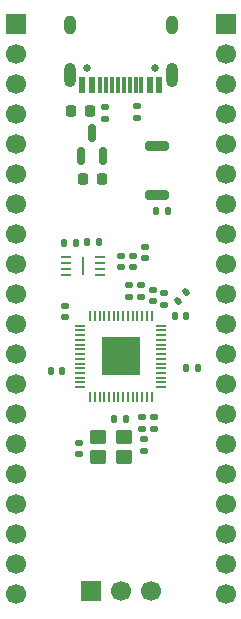
<source format=gbr>
%TF.GenerationSoftware,KiCad,Pcbnew,9.0.5*%
%TF.CreationDate,2025-11-18T21:13:20-05:00*%
%TF.ProjectId,JayBoard,4a617942-6f61-4726-942e-6b696361645f,rev?*%
%TF.SameCoordinates,Original*%
%TF.FileFunction,Soldermask,Top*%
%TF.FilePolarity,Negative*%
%FSLAX46Y46*%
G04 Gerber Fmt 4.6, Leading zero omitted, Abs format (unit mm)*
G04 Created by KiCad (PCBNEW 9.0.5) date 2025-11-18 21:13:20*
%MOMM*%
%LPD*%
G01*
G04 APERTURE LIST*
G04 Aperture macros list*
%AMRoundRect*
0 Rectangle with rounded corners*
0 $1 Rounding radius*
0 $2 $3 $4 $5 $6 $7 $8 $9 X,Y pos of 4 corners*
0 Add a 4 corners polygon primitive as box body*
4,1,4,$2,$3,$4,$5,$6,$7,$8,$9,$2,$3,0*
0 Add four circle primitives for the rounded corners*
1,1,$1+$1,$2,$3*
1,1,$1+$1,$4,$5*
1,1,$1+$1,$6,$7*
1,1,$1+$1,$8,$9*
0 Add four rect primitives between the rounded corners*
20,1,$1+$1,$2,$3,$4,$5,0*
20,1,$1+$1,$4,$5,$6,$7,0*
20,1,$1+$1,$6,$7,$8,$9,0*
20,1,$1+$1,$8,$9,$2,$3,0*%
G04 Aperture macros list end*
%ADD10C,1.700000*%
%ADD11R,1.700000X1.700000*%
%ADD12R,3.200000X3.200000*%
%ADD13RoundRect,0.050000X-0.050000X-0.387500X0.050000X-0.387500X0.050000X0.387500X-0.050000X0.387500X0*%
%ADD14RoundRect,0.050000X-0.387500X-0.050000X0.387500X-0.050000X0.387500X0.050000X-0.387500X0.050000X0*%
%ADD15RoundRect,0.140000X0.170000X-0.140000X0.170000X0.140000X-0.170000X0.140000X-0.170000X-0.140000X0*%
%ADD16RoundRect,0.225000X0.225000X0.250000X-0.225000X0.250000X-0.225000X-0.250000X0.225000X-0.250000X0*%
%ADD17C,0.650000*%
%ADD18R,0.600000X1.450000*%
%ADD19R,0.300000X1.450000*%
%ADD20O,1.000000X2.100000*%
%ADD21O,1.000000X1.600000*%
%ADD22RoundRect,0.135000X-0.185000X0.135000X-0.185000X-0.135000X0.185000X-0.135000X0.185000X0.135000X0*%
%ADD23RoundRect,0.135000X0.135000X0.185000X-0.135000X0.185000X-0.135000X-0.185000X0.135000X-0.185000X0*%
%ADD24RoundRect,0.200000X-0.800000X0.200000X-0.800000X-0.200000X0.800000X-0.200000X0.800000X0.200000X0*%
%ADD25RoundRect,0.140000X-0.170000X0.140000X-0.170000X-0.140000X0.170000X-0.140000X0.170000X0.140000X0*%
%ADD26RoundRect,0.135000X-0.135000X-0.185000X0.135000X-0.185000X0.135000X0.185000X-0.135000X0.185000X0*%
%ADD27RoundRect,0.140000X0.021213X-0.219203X0.219203X-0.021213X-0.021213X0.219203X-0.219203X0.021213X0*%
%ADD28RoundRect,0.250000X0.450000X0.350000X-0.450000X0.350000X-0.450000X-0.350000X0.450000X-0.350000X0*%
%ADD29RoundRect,0.062500X-0.387500X-0.062500X0.387500X-0.062500X0.387500X0.062500X-0.387500X0.062500X0*%
%ADD30R,0.200000X1.600000*%
%ADD31RoundRect,0.140000X0.140000X0.170000X-0.140000X0.170000X-0.140000X-0.170000X0.140000X-0.170000X0*%
%ADD32RoundRect,0.150000X0.150000X-0.587500X0.150000X0.587500X-0.150000X0.587500X-0.150000X-0.587500X0*%
%ADD33RoundRect,0.140000X-0.140000X-0.170000X0.140000X-0.170000X0.140000X0.170000X-0.140000X0.170000X0*%
G04 APERTURE END LIST*
D10*
%TO.C,J2*%
X221930000Y-115570000D03*
X221930000Y-113030000D03*
X221930000Y-110490000D03*
X221930000Y-107950000D03*
X221930000Y-105410000D03*
X221930000Y-102870000D03*
X221930000Y-100330000D03*
X221930000Y-97790000D03*
X221930000Y-95250000D03*
X221930000Y-92710000D03*
X221930000Y-90170000D03*
X221930000Y-87630000D03*
X221930000Y-85090000D03*
X221930000Y-82550000D03*
X221930000Y-80010000D03*
X221930000Y-77470000D03*
X221930000Y-74930000D03*
X221930000Y-72390000D03*
X221930000Y-69850000D03*
D11*
X221930000Y-67310000D03*
%TD*%
D12*
%TO.C,U1*%
X230820000Y-95440000D03*
D13*
X228220000Y-92002500D03*
X228620000Y-92002500D03*
X229020000Y-92002500D03*
X229420000Y-92002500D03*
X229820000Y-92002500D03*
X230220000Y-92002500D03*
X230620000Y-92002500D03*
X231020000Y-92002500D03*
X231420000Y-92002500D03*
X231820000Y-92002500D03*
X232220000Y-92002500D03*
X232620000Y-92002500D03*
X233020000Y-92002500D03*
X233420000Y-92002500D03*
D14*
X234257500Y-92840000D03*
X234257500Y-93240000D03*
X234257500Y-93640000D03*
X234257500Y-94040000D03*
X234257500Y-94440000D03*
X234257500Y-94840000D03*
X234257500Y-95240000D03*
X234257500Y-95640000D03*
X234257500Y-96040000D03*
X234257500Y-96440000D03*
X234257500Y-96840000D03*
X234257500Y-97240000D03*
X234257500Y-97640000D03*
X234257500Y-98040000D03*
D13*
X233420000Y-98877500D03*
X233020000Y-98877500D03*
X232620000Y-98877500D03*
X232220000Y-98877500D03*
X231820000Y-98877500D03*
X231420000Y-98877500D03*
X231020000Y-98877500D03*
X230620000Y-98877500D03*
X230220000Y-98877500D03*
X229820000Y-98877500D03*
X229420000Y-98877500D03*
X229020000Y-98877500D03*
X228620000Y-98877500D03*
X228220000Y-98877500D03*
D14*
X227382500Y-98040000D03*
X227382500Y-97640000D03*
X227382500Y-97240000D03*
X227382500Y-96840000D03*
X227382500Y-96440000D03*
X227382500Y-96040000D03*
X227382500Y-95640000D03*
X227382500Y-95240000D03*
X227382500Y-94840000D03*
X227382500Y-94440000D03*
X227382500Y-94040000D03*
X227382500Y-93640000D03*
X227382500Y-93240000D03*
X227382500Y-92840000D03*
%TD*%
D15*
%TO.C,C4*%
X226060000Y-92140000D03*
X226060000Y-91180000D03*
%TD*%
D16*
%TO.C,C13*%
X228185000Y-74620000D03*
X226635000Y-74620000D03*
%TD*%
D15*
%TO.C,C5*%
X234520000Y-91070000D03*
X234520000Y-90110000D03*
%TD*%
%TO.C,C6*%
X231870000Y-87870000D03*
X231870000Y-86910000D03*
%TD*%
D17*
%TO.C,J1*%
X233710000Y-71040000D03*
X227930000Y-71040000D03*
D18*
X234070000Y-72485000D03*
X233270000Y-72485000D03*
D19*
X232070000Y-72485000D03*
X231070000Y-72485000D03*
X230570000Y-72485000D03*
X229570000Y-72485000D03*
D18*
X228370000Y-72485000D03*
X227570000Y-72485000D03*
X227570000Y-72485000D03*
X228370000Y-72485000D03*
D19*
X229070000Y-72485000D03*
X230070000Y-72485000D03*
X231570000Y-72485000D03*
X232570000Y-72485000D03*
D18*
X233270000Y-72485000D03*
X234070000Y-72485000D03*
D20*
X235140000Y-71570000D03*
D21*
X235140000Y-67390000D03*
D20*
X226500000Y-71570000D03*
D21*
X226500000Y-67390000D03*
%TD*%
D22*
%TO.C,R3*%
X231495000Y-89420000D03*
X231495000Y-90440000D03*
%TD*%
%TO.C,R2*%
X232210000Y-74250000D03*
X232210000Y-75270000D03*
%TD*%
D16*
%TO.C,C14*%
X229195000Y-80390000D03*
X227645000Y-80390000D03*
%TD*%
D23*
%TO.C,R5*%
X231270000Y-100750000D03*
X230250000Y-100750000D03*
%TD*%
D11*
%TO.C,J4*%
X228280000Y-115330000D03*
D10*
X230820000Y-115330000D03*
X233360000Y-115330000D03*
%TD*%
D24*
%TO.C,SW1*%
X233870000Y-77590000D03*
X233870000Y-81790000D03*
%TD*%
D25*
%TO.C,C10*%
X233660000Y-100600000D03*
X233660000Y-101560000D03*
%TD*%
D15*
%TO.C,C11*%
X233545000Y-90740000D03*
X233545000Y-89780000D03*
%TD*%
D26*
%TO.C,R6*%
X233835000Y-83090000D03*
X234855000Y-83090000D03*
%TD*%
D25*
%TO.C,C15*%
X227320000Y-102760000D03*
X227320000Y-103720000D03*
%TD*%
D26*
%TO.C,R7*%
X226030000Y-85810000D03*
X227050000Y-85810000D03*
%TD*%
D15*
%TO.C,C7*%
X232830000Y-87130000D03*
X232830000Y-86170000D03*
%TD*%
D27*
%TO.C,C1*%
X235680589Y-90704411D03*
X236359411Y-90025589D03*
%TD*%
D28*
%TO.C,Y1*%
X231070000Y-102220000D03*
X228870000Y-102220000D03*
X228870000Y-103920000D03*
X231070000Y-103920000D03*
%TD*%
D25*
%TO.C,C2*%
X232620000Y-100590000D03*
X232620000Y-101550000D03*
%TD*%
D29*
%TO.C,U4*%
X226195000Y-87015000D03*
X226195000Y-87515000D03*
X226195000Y-88015000D03*
X226195000Y-88515000D03*
X229045000Y-88515000D03*
X229045000Y-88015000D03*
X229045000Y-87515000D03*
X229045000Y-87015000D03*
D30*
X227620000Y-87765000D03*
%TD*%
D31*
%TO.C,C3*%
X225850000Y-96670000D03*
X224890000Y-96670000D03*
%TD*%
D32*
%TO.C,U2*%
X227420000Y-78427500D03*
X229320000Y-78427500D03*
X228370000Y-76552500D03*
%TD*%
D31*
%TO.C,C17*%
X228950000Y-85790000D03*
X227990000Y-85790000D03*
%TD*%
D22*
%TO.C,R4*%
X232545000Y-89420000D03*
X232545000Y-90440000D03*
%TD*%
D33*
%TO.C,C8*%
X235370000Y-92015000D03*
X236330000Y-92015000D03*
%TD*%
D15*
%TO.C,C12*%
X230845000Y-87865000D03*
X230845000Y-86905000D03*
%TD*%
D22*
%TO.C,R1*%
X229470000Y-74320000D03*
X229470000Y-75340000D03*
%TD*%
D11*
%TO.C,J3*%
X239710000Y-67310000D03*
D10*
X239710000Y-69850000D03*
X239710000Y-72390000D03*
X239710000Y-74930000D03*
X239710000Y-77470000D03*
X239710000Y-80010000D03*
X239710000Y-82550000D03*
X239710000Y-85090000D03*
X239710000Y-87630000D03*
X239710000Y-90170000D03*
X239710000Y-92710000D03*
X239710000Y-95250000D03*
X239710000Y-97790000D03*
X239710000Y-100330000D03*
X239710000Y-102870000D03*
X239710000Y-105410000D03*
X239710000Y-107950000D03*
X239710000Y-110490000D03*
X239710000Y-113030000D03*
X239710000Y-115570000D03*
%TD*%
D33*
%TO.C,C9*%
X236360000Y-96420000D03*
X237320000Y-96420000D03*
%TD*%
D15*
%TO.C,C16*%
X232745000Y-103420000D03*
X232745000Y-102460000D03*
%TD*%
M02*

</source>
